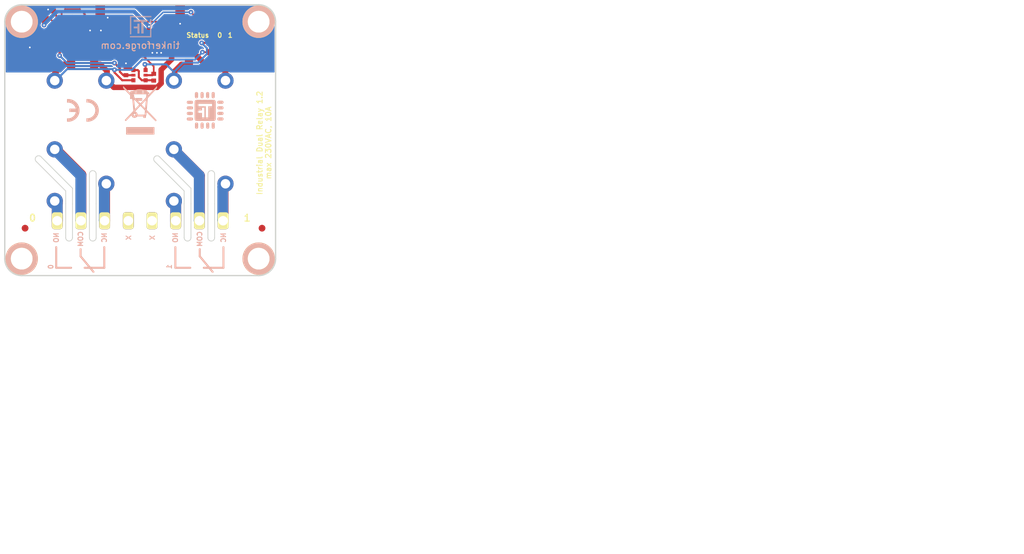
<source format=kicad_pcb>
(kicad_pcb (version 20221018) (generator pcbnew)
  (title_block (title "Industrial Dual Relay Bricklet") (date "2023-01-24") (rev "1.2") (company "Tinkerforge GmbH") (comment 1 "Licensed under CERN OHL v.1.1") (comment 2 "Copyright (©) 2023, B.Nordmeyer <bastian@tinkerforge.com>"))
  (layers (0 "F.Cu" signal "Vorderseite") (31 "B.Cu" signal "Rückseite") (34 "B.Paste" user) (35 "F.Paste" user) (36 "B.SilkS" user "B.Silkscreen") (37 "F.SilkS" user "F.Silkscreen") (38 "B.Mask" user) (39 "F.Mask" user) (44 "Edge.Cuts" user))
  (net 0 "")
  (net 1 "+5V")
  (net 2 "GND")
  (net 3 "VCC")
  (net 4 "S-MISO")
  (net 5 "S-MOSI")
  (net 6 "S-CLK")
  (net 7 "S-CS")
  (net 8 "RELAY1")
  (net 9 "RELAY0")
  (net 10 "Net-(C2-Pad2)")
  (net 11 "Net-(D1-Pad2)")
  (net 12 "Net-(D2-Pad2)")
  (net 13 "Net-(D3-Pad2)")
  (net 14 "Net-(D4-Pad1)")
  (net 15 "Net-(D5-Pad1)")
  (net 16 "Net-(P1-Pad4)")
  (net 17 "Net-(P1-Pad5)")
  (net 18 "Net-(P1-Pad6)")
  (net 19 "Net-(P2-Pad2)")
  (net 20 "Net-(R1-Pad1)")
  (net 21 "Net-(P3-Pad2)")
  (net 22 "Net-(P3-Pad3)")
  (net 23 "Net-(P3-Pad1)")
  (net 24 "Net-(P3-Pad6)")
  (net 25 "Net-(P3-Pad7)")
  (net 26 "Net-(P3-Pad8)")
  (net 27 "Net-(P4-Pad1)")
  (footprint "kicad-libraries:C0603F" (layer "F.Cu") (at 153 90.4 180)
    (fp_text reference "C3")
    (fp_text value "1uF")
    (pad "1" smd rect (at -0.75 0 180) (size 0.9 0.9) (layers "F.Cu" "F.Paste" "F.Mask") (net 2 "GND"))
    (pad "2" smd rect (at 0.75 0 180) (size 0.9 0.9) (layers "F.Cu" "F.Paste" "F.Mask") (net 3 "VCC"))
  )
  (footprint "kicad-libraries:C0603F" (layer "F.Cu") (at 138.6 85.5 45)
    (fp_text reference "C4")
    (fp_text value "100nF")
    (pad "1" smd rect (at -0.75 0 45) (size 0.9 0.9) (layers "F.Cu" "F.Paste" "F.Mask") (net 3 "VCC"))
    (pad "2" smd rect (at 0.75 0 45) (size 0.9 0.9) (layers "F.Cu" "F.Paste" "F.Mask") (net 2 "GND"))
  )
  (footprint "kicad-libraries:D0603E" (layer "F.Cu") (at 160.3 86.4 -90)
    (fp_text reference "D1")
    (fp_text value "blue")
    (pad "1" smd rect (at -0.8501 0 270) (size 1.1 1) (layers "F.Cu" "F.Paste" "F.Mask") (net 3 "VCC"))
    (pad "2" smd rect (at 0.8501 0 270) (size 1.1 1) (layers "F.Cu" "F.Paste" "F.Mask") (net 11 "Net-(D1-Pad2)"))
  )
  (footprint "kicad-libraries:D0603E" (layer "F.Cu") (at 163.5 86.4 -90)
    (fp_text reference "D2")
    (fp_text value "blue")
    (pad "1" smd rect (at -0.8501 0 270) (size 1.1 1) (layers "F.Cu" "F.Paste" "F.Mask") (net 1 "+5V"))
    (pad "2" smd rect (at 0.8501 0 270) (size 1.1 1) (layers "F.Cu" "F.Paste" "F.Mask") (net 12 "Net-(D2-Pad2)"))
  )
  (footprint "kicad-libraries:D0603E" (layer "F.Cu") (at 165.1 86.4 -90)
    (fp_text reference "D3")
    (fp_text value "blue")
    (pad "1" smd rect (at -0.8501 0 270) (size 1.1 1) (layers "F.Cu" "F.Paste" "F.Mask") (net 1 "+5V"))
    (pad "2" smd rect (at 0.8501 0 270) (size 1.1 1) (layers "F.Cu" "F.Paste" "F.Mask") (net 13 "Net-(D3-Pad2)"))
  )
  (footprint "kicad-libraries:CON-SENSOR2" (layer "F.Cu") (at 151.8 83.9 180)
    (fp_text reference "P1")
    (fp_text value "CON-SENSOR2")
    (pad "1" smd rect (at -3.75 -4.6 180) (size 0.6 1.8) (layers "F.Cu" "F.Paste" "F.Mask") (net 1 "+5V"))
    (pad "2" smd rect (at -2.5 -4.6 180) (size 0.6 1.8) (layers "F.Cu" "F.Paste" "F.Mask") (net 2 "GND"))
    (pad "3" smd rect (at -1.25 -4.6 180) (size 0.6 1.8) (layers "F.Cu" "F.Paste" "F.Mask") (net 3 "VCC"))
    (pad "4" smd rect (at 0 -4.6 180) (size 0.6 1.8) (layers "F.Cu" "F.Paste" "F.Mask") (net 16 "Net-(P1-Pad4)"))
    (pad "5" smd rect (at 1.25 -4.6 180) (size 0.6 1.8) (layers "F.Cu" "F.Paste" "F.Mask") (net 17 "Net-(P1-Pad5)"))
    (pad "6" smd rect (at 2.5 -4.6 180) (size 0.6 1.8) (layers "F.Cu" "F.Paste" "F.Mask") (net 18 "Net-(P1-Pad6)"))
    (pad "7" smd rect (at 3.75 -4.6 180) (size 0.6 1.8) (layers "F.Cu" "F.Paste" "F.Mask") (net 10 "Net-(C2-Pad2)"))
    (pad "EP" smd rect (at -5.9 -1.2 180) (size 1.4 2.4) (layers "F.Cu" "F.Paste" "F.Mask") (net 2 "GND"))
    (pad "EP" smd rect (at 5.9 -1.2 180) (size 1.4 2.4) (layers "F.Cu" "F.Paste" "F.Mask") (net 2 "GND"))
  )
  (footprint "kicad-libraries:SolderJumper" (layer "F.Cu") (at 136.65 90.2)
    (fp_text reference "P2")
    (fp_text value "BOOT")
    (pad "1" smd rect (at -0.5 0) (size 0.4 1.4) (layers "F.Cu" "F.Mask") (net 2 "GND"))
    (pad "1" smd rect (at -0.225 -0.55) (size 0.95 0.3) (layers "F.Cu" "F.Mask") (net 2 "GND"))
    (pad "1" smd rect (at -0.225 0.55) (size 0.95 0.3) (layers "F.Cu" "F.Mask") (net 2 "GND"))
    (pad "2" smd rect (at 0.15 0) (size 0.6 0.5) (layers "F.Cu" "F.Mask") (net 19 "Net-(P2-Pad2)"))
    (pad "2" smd rect (at 0.55 0) (size 0.3 1.4) (layers "F.Cu" "F.Mask") (net 19 "Net-(P2-Pad2)"))
  )
  (footprint "kicad-libraries:R0603F" (layer "F.Cu") (at 158.9 89.5)
    (fp_text reference "R1")
    (fp_text value "1k")
    (pad "1" smd rect (at -0.75 0) (size 0.9 0.9) (layers "F.Cu" "F.Paste" "F.Mask") (net 20 "Net-(R1-Pad1)"))
    (pad "2" smd rect (at 0.75 0) (size 0.9 0.9) (layers "F.Cu" "F.Paste" "F.Mask") (net 11 "Net-(D1-Pad2)"))
  )
  (footprint "kicad-libraries:R0603F" (layer "F.Cu") (at 162.8 89.5)
    (fp_text reference "R3")
    (fp_text value "1k")
    (pad "1" smd rect (at -0.75 0) (size 0.9 0.9) (layers "F.Cu" "F.Paste" "F.Mask") (net 15 "Net-(D5-Pad1)"))
    (pad "2" smd rect (at 0.75 0) (size 0.9 0.9) (layers "F.Cu" "F.Paste" "F.Mask") (net 13 "Net-(D3-Pad2)"))
  )
  (footprint "kicad-libraries:4X0402" (layer "F.Cu") (at 145 90.3 90)
    (fp_text reference "RP1")
    (fp_text value "82")
    (pad "1" smd rect (at -0.7493 0.575 270) (size 0.29972 0.65) (layers "F.Cu" "F.Paste" "F.Mask") (net 16 "Net-(P1-Pad4)"))
    (pad "2" smd rect (at -0.24892 0.575 270) (size 0.29972 0.65) (layers "F.Cu" "F.Paste" "F.Mask") (net 17 "Net-(P1-Pad5)"))
    (pad "3" smd rect (at 0.24892 0.575 270) (size 0.29972 0.65) (layers "F.Cu" "F.Paste" "F.Mask") (net 18 "Net-(P1-Pad6)"))
    (pad "4" smd rect (at 0.7493 0.575 270) (size 0.29972 0.65) (layers "F.Cu" "F.Paste" "F.Mask") (net 10 "Net-(C2-Pad2)"))
    (pad "5" smd rect (at 0.7493 -0.575 90) (size 0.29972 0.65) (layers "F.Cu" "F.Paste" "F.Mask") (net 4 "S-MISO"))
    (pad "6" smd rect (at 0.24892 -0.575 90) (size 0.29972 0.65) (layers "F.Cu" "F.Paste" "F.Mask") (net 5 "S-MOSI"))
    (pad "7" smd rect (at -0.24892 -0.575 90) (size 0.29972 0.65) (layers "F.Cu" "F.Paste" "F.Mask") (net 6 "S-CLK"))
    (pad "8" smd rect (at -0.7493 -0.575 90) (size 0.29972 0.65) (layers "F.Cu" "F.Paste" "F.Mask") (net 7 "S-CS"))
  )
  (footprint "kicad-libraries:DRILL_NP" (layer "F.Cu") (at 169.3 86.4 90)
    (fp_text reference "U4")
    (fp_text value "DRILL")
    (pad "" np_thru_hole circle (at 0 0 90) (size 3.2 3.2) (drill 3.2) (layers "F&B.Cu" "*.Mask") (clearance 0.89))
  )
  (footprint "kicad-libraries:DRILL_NP" (layer "F.Cu") (at 169.3 121.4 90)
    (fp_text reference "U5")
    (fp_text value "DRILL")
    (pad "" np_thru_hole circle (at 0 0 90) (size 3.2 3.2) (drill 3.2) (layers "F&B.Cu" "*.Mask") (clearance 0.89))
  )
  (footprint "kicad-libraries:DRILL_NP" (layer "F.Cu") (at 134.3 121.4 90)
    (fp_text reference "U6")
    (fp_text value "DRILL")
    (pad "" np_thru_hole circle (at 0 0 90) (size 3.2 3.2) (drill 3.2) (layers "F&B.Cu" "*.Mask") (clearance 0.89))
  )
  (footprint "kicad-libraries:C0402F" (layer "F.Cu") (at 145.2 88.2 -90)
    (fp_text reference "C2")
    (fp_text value "220pF")
    (pad "1" smd rect (at -0.5 0 270) (size 0.6 0.7) (layers "F.Cu" "F.Paste" "F.Mask") (net 2 "GND"))
    (pad "2" smd rect (at 0.5 0 270) (size 0.6 0.7) (layers "F.Cu" "F.Paste" "F.Mask") (net 10 "Net-(C2-Pad2)"))
  )
  (footprint "kicad-libraries:R0603F" (layer "F.Cu") (at 162.8 90.9)
    (fp_text reference "R2")
    (fp_text value "1k")
    (pad "1" smd rect (at -0.75 0) (size 0.9 0.9) (layers "F.Cu" "F.Paste" "F.Mask") (net 14 "Net-(D4-Pad1)"))
    (pad "2" smd rect (at 0.75 0) (size 0.9 0.9) (layers "F.Cu" "F.Paste" "F.Mask") (net 12 "Net-(D2-Pad2)"))
  )
  (footprint "kicad-libraries:C0603F" (layer "F.Cu") (at 155.7 90.4)
    (fp_text reference "C1")
    (fp_text value "1uF")
    (pad "1" smd rect (at -0.75 0) (size 0.9 0.9) (layers "F.Cu" "F.Paste" "F.Mask") (net 2 "GND"))
    (pad "2" smd rect (at 0.75 0) (size 0.9 0.9) (layers "F.Cu" "F.Paste" "F.Mask") (net 1 "+5V"))
  )
  (footprint "kicad-libraries:DEBUG_PAD" (layer "F.Cu") (at 139 90.8 90)
    (fp_text reference "P4")
    (fp_text value "Debug")
    (pad "1" smd circle (at 0 0 90) (size 0.7 0.7) (layers "F.Cu" "F.Paste" "F.Mask") (net 27 "Net-(P4-Pad1)"))
  )
  (footprint "kicad-libraries:Fiducial_Mark" (layer "F.Cu") (at 134.8 116.9 90)
    (fp_text reference "Fiducial_Mark" hide)
    (fp_text value "VAL**" hide)
    (pad "1" smd circle (at 0 0 90) (size 1.00076 1.00076) (layers "F.Cu" "F.Mask") (clearance 0.65024))
  )
  (footprint "kicad-libraries:Fiducial_Mark" (layer "F.Cu") (at 169.8 90.9 90)
    (fp_text reference "Fiducial_Mark" hide)
    (fp_text value "VAL**" hide)
    (pad "1" smd circle (at 0 0 90) (size 1.00076 1.00076) (layers "F.Cu" "F.Mask") (clearance 0.65024))
  )
  (footprint "kicad-libraries:Fiducial_Mark" (layer "F.Cu") (at 169.8 116.9 90)
    (fp_text reference "Fiducial_Mark" hide)
    (fp_text value "VAL**" hide)
    (pad "1" smd circle (at 0 0 90) (size 1.00076 1.00076) (layers "F.Cu" "F.Mask") (clearance 0.65024))
  )
  (footprint "kicad-libraries:SOT363" (layer "F.Cu") (at 151.7 94.3 180)
    (fp_text reference locked "Q1")
    (fp_text value "SSM6N7002KFU")
    (pad "1" smd rect (at -0.9 -0.75 180) (size 0.6 0.6) (layers "F.Cu" "F.Paste" "F.Mask") (net 2 "GND"))
    (pad "2" smd rect (at -0.9 0 180) (size 0.6 0.4) (layers "F.Cu" "F.Paste" "F.Mask") (net 8 "RELAY1"))
    (pad "3" smd rect (at -0.9 0.75 180) (size 0.6 0.6) (layers "F.Cu" "F.Paste" "F.Mask") (net 15 "Net-(D5-Pad1)"))
    (pad "4" smd rect (at 0.9 0.75 180) (size 0.6 0.6) (layers "F.Cu" "F.Paste" "F.Mask") (net 2 "GND"))
    (pad "5" smd rect (at 0.9 0 180) (size 0.6 0.4) (layers "F.Cu" "F.Paste" "F.Mask") (net 9 "RELAY0"))
    (pad "6" smd rect (at 0.9 -0.75 180) (size 0.6 0.6) (layers "F.Cu" "F.Paste" "F.Mask") (net 14 "Net-(D4-Pad1)"))
  )
  (footprint "kicad-libraries:R0402F" (layer "F.Cu") (at 153.8 94.6 90)
    (fp_text reference "R4")
    (fp_text value "10k")
    (pad "1" smd rect (at -0.5 0 90) (size 0.6 0.7) (layers "F.Cu" "F.Paste" "F.Mask") (net 2 "GND"))
    (pad "2" smd rect (at 0.5 0 90) (size 0.6 0.7) (layers "F.Cu" "F.Paste" "F.Mask") (net 8 "RELAY1"))
  )
  (footprint "kicad-libraries:R0402F" (layer "F.Cu") (at 149.7 93.8 -90)
    (fp_text reference "R5")
    (fp_text value "10k")
    (pad "1" smd rect (at -0.5 0 270) (size 0.6 0.7) (layers "F.Cu" "F.Paste" "F.Mask") (net 2 "GND"))
    (pad "2" smd rect (at 0.5 0 270) (size 0.6 0.7) (layers "F.Cu" "F.Paste" "F.Mask") (net 9 "RELAY0"))
  )
  (footprint "kicad-libraries:MiniMelf" (layer "F.Cu") (at 143.3 92.7 180)
    (fp_text reference "D4")
    (fp_text value "LL4148")
    (pad "1" smd rect (at 1.69926 0 180) (size 1.19888 1.6002) (layers "F.Cu" "F.Paste" "F.Mask") (net 14 "Net-(D4-Pad1)"))
    (pad "2" smd rect (at -1.69926 0 180) (size 1.19888 1.6002) (layers "F.Cu" "F.Paste" "F.Mask") (net 1 "+5V"))
  )
  (footprint "kicad-libraries:G5Q-1" (layer "F.Cu") (at 164.4 95.1 90)
    (fp_text reference "Q3")
    (fp_text value "G5Q-1")
    (pad "A1" thru_hole circle (at 0 -7.62 90) (size 2.4 2.4) (drill 1.4) (layers "*.Cu" "*.Mask") (net 15 "Net-(D5-Pad1)"))
    (pad "A2" thru_hole circle (at 0 0 90) (size 2.4 2.4) (drill 1.4) (layers "*.Cu" "*.Mask") (net 1 "+5V"))
    (pad "COM" thru_hole circle (at -10.16 -7.62 90) (size 2.4 2.4) (drill 1.4) (layers "*.Cu" "*.Mask") (net 25 "Net-(P3-Pad7)"))
    (pad "NC" thru_hole circle (at -15.24 0 90) (size 2.4 2.4) (drill 1.4) (layers "*.Cu" "*.Mask") (net 26 "Net-(P3-Pad8)"))
    (pad "NO" thru_hole circle (at -17.78 -7.62 90) (size 2.4 2.4) (drill 1.4) (layers "*.Cu" "*.Mask") (net 24 "Net-(P3-Pad6)"))
  )
  (footprint "kicad-libraries:DRILL_NP" (layer "F.Cu") (at 134.3 86.4)
    (fp_text reference "REF**")
    (fp_text value "DRILL_NP_New")
    (pad "" np_thru_hole circle (at 0 0) (size 3.2 3.2) (drill 3.2) (layers "F&B.Cu" "*.Mask") (clearance 0.89))
  )
  (footprint "kicad-libraries:QFN24-4x4mm-0.5mm" (layer "F.Cu") (at 141 88.1 -135)
    (fp_text reference "U1")
    (fp_text value "XMC1100")
    (pad "1" smd oval (at -2.025 -1.25 225) (size 1 0.3) (layers "F.Cu" "F.Paste" "F.Mask") (net 4 "S-MISO"))
    (pad "2" smd oval (at -2.025 -0.75 225) (size 1 0.3) (layers "F.Cu" "F.Paste" "F.Mask"))
    (pad "3" smd oval (at -2.025 -0.25 225) (size 1 0.3) (layers "F.Cu" "F.Paste" "F.Mask"))
    (pad "4" smd oval (at -2.025 0.25 225) (size 1 0.3) (layers "F.Cu" "F.Paste" "F.Mask"))
    (pad "5" smd oval (at -2.025 0.75 225) (size 1 0.3) (layers "F.Cu" "F.Paste" "F.Mask"))
    (pad "6" smd oval (at -2.025 1.25 225) (size 1 0.3) (layers "F.Cu" "F.Paste" "F.Mask"))
    (pad "7" smd oval (at -1.25 2.025 315) (size 1 0.3) (layers "F.Cu" "F.Paste" "F.Mask") (net 20 "Net-(R1-Pad1)"))
    (pad "8" smd oval (at -0.75 2.025 315) (size 1 0.3) (layers "F.Cu" "F.Paste" "F.Mask"))
    (pad "9" smd oval (at -0.25 2.025 315) (size 1 0.3) (layers "F.Cu" "F.Paste" "F.Mask") (net 2 "GND"))
    (pad "10" smd oval (at 0.25 2.025 315) (size 1 0.3) (layers "F.Cu" "F.Paste" "F.Mask") (net 3 "VCC"))
    (pad "11" smd oval (at 0.75 2.025 315) (size 1 0.3) (layers "F.Cu" "F.Paste" "F.Mask"))
    (pad "12" smd oval (at 1.25 2.025 315) (size 1 0.3) (layers "F.Cu" "F.Paste" "F.Mask"))
    (pad "13" smd oval (at 2.025 1.25 225) (size 1 0.3) (layers "F.Cu" "F.Paste" "F.Mask"))
    (pad "14" smd oval (at 2.025 0.75 225) (size 1 0.3) (layers "F.Cu" "F.Paste" "F.Mask"))
    (pad "15" smd oval (at 2.025 0.25 225) (size 1 0.3) (layers "F.Cu" "F.Paste" "F.Mask") (net 19 "Net-(P2-Pad2)"))
    (pad "16" smd oval (at 2.025 -0.25 225) (size 1 0.3) (layers "F.Cu" "F.Paste" "F.Mask") (net 27 "Net-(P4-Pad1)"))
    (pad "17" smd oval (at 2.025 -0.75 225) (size 1 0.3) (layers "F.Cu" "F.Paste" "F.Mask"))
    (pad "18" smd oval (at 2.025 -1.25 225) (size 1 0.3) (layers "F.Cu" "F.Paste" "F.Mask") (net 8 "RELAY1"))
    (pad "19" smd oval (at 1.25 -2.025 315) (size 1 0.3) (layers "F.Cu" "F.Paste" "F.Mask") (net 9 "RELAY0"))
    (pad "20" smd oval (at 0.75 -2.025 315) (size 1 0.3) (layers "F.Cu" "F.Paste" "F.Mask") (net 2 "GND"))
    (pad "21" smd oval (at 0.25 -2.025 315) (size 1 0.3) (layers "F.Cu" "F.Paste" "F.Mask"))
    (pad "22" smd oval (at -0.25 -2.025 315) (size 1 0.3) (layers "F.Cu" "F.Paste" "F.Mask") (net 7 "S-CS"))
    (pad "23" smd oval (at -0.75 -2.025 315) (size 1 0.3) (layers "F.Cu" "F.Paste" "F.Mask") (net 6 "S-CLK"))
    (pad "24" smd oval (at -1.25 -2.025 315) (size 1 0.3) (layers "F.Cu" "F.Paste" "F.Mask") (net 5 "S-MOSI"))
    (pad "EXP" smd rect (at -0.65 -0.65 225) (size 1.3 1.3) (layers "F.Cu" "F.Paste" "F.Mask") (net 2 "GND"))
    (pad "EXP" smd rect (at -0.65 0.65 225) (size 1.3 1.3) (layers "F.Cu" "F.Paste" "F.Mask") (net 2 "GND"))
    (pad "EXP" smd rect (at 0.65 -0.65 225) (size 1.3 1.3) (layers "F.Cu" "F.Paste" "F.Mask") (net 2 "GND"))
    (pad "EXP" smd rect (at 0.65 0.65 225) (size 1.3 1.3) (layers "F.Cu" "F.Paste" "F.Mask") (net 2 "GND"))
  )
  (footprint "kicad-libraries:MiniMelf" (layer "F.Cu") (at 160.7 92.7 180)
    (fp_text reference "D5")
    (fp_text value "LL4148")
    (pad "1" smd rect (at 1.69926 0 180) (size 1.19888 1.6002) (layers "F.Cu" "F.Paste" "F.Mask") (net 15 "Net-(D5-Pad1)"))
    (pad "2" smd rect (at -1.69926 0 180) (size 1.19888 1.6002) (layers "F.Cu" "F.Paste" "F.Mask") (net 1 "+5V"))
  )
  (footprint "kicad-libraries:G5Q-1" (layer "F.Cu") (at 146.8 95.1 90)
    (fp_text reference "Q2")
    (fp_text value "G5Q-1")
    (pad "A1" thru_hole circle (at 0 -7.62 90) (size 2.4 2.4) (drill 1.4) (layers "*.Cu" "*.Mask") (net 14 "Net-(D4-Pad1)"))
    (pad "A2" thru_hole circle (at 0 0 90) (size 2.4 2.4) (drill 1.4) (layers "*.Cu" "*.Mask") (net 1 "+5V"))
    (pad "COM" thru_hole circle (at -10.16 -7.62 90) (size 2.4 2.4) (drill 1.4) (layers "*.Cu" "*.Mask") (net 21 "Net-(P3-Pad2)"))
    (pad "NC" thru_hole circle (at -15.24 0 90) (size 2.4 2.4) (drill 1.4) (layers "*.Cu" "*.Mask") (net 22 "Net-(P3-Pad3)"))
    (pad "NO" thru_hole circle (at -17.78 -7.62 90) (size 2.4 2.4) (drill 1.4) (layers "*.Cu" "*.Mask") (net 23 "Net-(P3-Pad1)"))
  )
  (footprint "kicad-libraries:OQ_8P_230V" (layer "F.Cu") (at 151.8 115.8)
    (fp_text reference "P3")
    (fp_text value "CONN_8")
    (fp_line (start -11 -2.5) (end -11 2.5) (stroke (width 0.12)) (layer "Edge.Cuts"))
    (fp_line (start -10 -2.5) (end -10 2.5) (stroke (width 0.12)) (layer "Edge.Cuts"))
    (fp_line (start -7.5 -2.5) (end -7.5 2.5) (stroke (width 0.12)) (layer "Edge.Cuts"))
    (fp_line (start -6.5 -2.5) (end -6.5 2.5) (stroke (width 0.12)) (layer "Edge.Cuts"))
    (fp_line (start 6.5 -2.5) (end 6.5 2.5) (stroke (width 0.12)) (layer "Edge.Cuts"))
    (fp_line (start 7.5 -2.5) (end 7.5 2.5) (stroke (width 0.12)) (layer "Edge.Cuts"))
    (fp_line (start 10 -2.5) (end 10 2.5) (stroke (width 0.12)) (layer "Edge.Cuts"))
    (fp_line (start 11 -2.5) (end 11 2.5) (stroke (width 0.12)) (layer "Edge.Cuts"))
    (fp_arc (start -10 2.5) (mid -10.5 3) (end -11 2.5) (stroke (width 0.12)) (layer "Edge.Cuts"))
    (fp_arc (start -6.5 2.5) (mid -7 3) (end -7.5 2.5) (stroke (width 0.12)) (layer "Edge.Cuts"))
    (fp_arc (start 7.5 2.5) (mid 7 3) (end 6.5 2.5) (stroke (width 0.12)) (layer "Edge.Cuts"))
    (fp_arc (start 11 2.5) (mid 10.5 3) (end 10 2.5) (stroke (width 0.12)) (layer "Edge.Cuts"))
    (pad "1" thru_hole roundrect (at -12.25042 0) (size 1.6 2.5) (drill 1.4) (layers "*.Cu" "*.Mask" "F.SilkS") (net 23 "Net-(P3-Pad1)"))
    (pad "2" thru_hole roundrect (at -8.7503 0) (size 1.6 2.5) (drill 1.4) (layers "*.Cu" "*.Mask" "F.SilkS") (net 21 "Net-(P3-Pad2)"))
    (pad "3" thru_hole roundrect (at -5.25018 0) (size 1.6 2.5) (drill 1.4) (layers "*.Cu" "*.Mask" "F.SilkS") (net 22 "Net-(P3-Pad3)"))
    (pad "4" thru_hole roundrect (at -1.75006 0) (size 1.6 2.5) (drill 1.4) (layers "*.Cu" "*.Mask" "F.SilkS"))
    (pad "5" thru_hole roundrect (at 1.75006 0) (size 1.6 2.5) (drill 1.4) (layers "*.Cu" "*.Mask" "F.SilkS"))
    (pad "6" thru_hole roundrect (at 5.25018 0) (size 1.6 2.5) (drill 1.4) (layers "*.Cu" "*.Mask" "F.SilkS") (net 24 "Net-(P3-Pad6)"))
    (pad "7" thru_hole roundrect (at 8.7503 0) (size 1.6 2.5) (drill 1.4) (layers "*.Cu" "*.Mask" "F.SilkS") (net 25 "Net-(P3-Pad7)"))
    (pad "8" thru_hole roundrect (at 12.25042 0) (size 1.6 2.5) (drill 1.4) (layers "*.Cu" "*.Mask" "F.SilkS") (net 26 "Net-(P3-Pad8)"))
  )
  (footprint "kicad-libraries:Logo_31x31" (layer "B.Cu") (at 153.45 85.55 180)
    (fp_text reference "G***" hide)
    (fp_text value "Logo_31x31" hide)
  )
  (footprint "kicad-libraries:Logo_CoMCU" (layer "B.Cu") (at 161.4 99.5 180)
    (fp_text reference "G***" hide)
    (fp_text value "LOGO" hide)
  )
  (footprint "kicad-libraries:CE_5mm" (layer "B.Cu") (at 143.3 99.5 180)
    (fp_text reference "VAL" hide)
    (fp_text value "CE_5mm" hide)
  )
  (footprint "kicad-libraries:WEEE_7mm" (layer "B.Cu") (at 151.8 99.5 180)
    (fp_text reference "VAL" hide)
    (fp_text value "WEEE_7mm" hide)
  )
  (gr_line (start 139.4 119.7) (end 139.4 122.75) (stroke (width 0.3)) (layer "B.SilkS"))
  (gr_line (start 164.1 119.7) (end 164.1 122.75) (stroke (width 0.3)) (layer "B.SilkS"))
  (gr_line (start 161.2 122.75) (end 164.1 122.75) (stroke (width 0.3)) (layer "B.SilkS"))
  (gr_line (start 139.4 122.75) (end 141.6 122.75) (stroke (width 0.3)) (layer "B.SilkS"))
  (gr_line (start 160.6 120) (end 160.6 121.05) (stroke (width 0.3)) (layer "B.SilkS"))
  (gr_line (start 160.6 121.05) (end 162.5 123.35) (stroke (width 0.3)) (layer "B.SilkS"))
  (gr_line (start 157 119.7) (end 157 122.75) (stroke (width 0.3)) (layer "B.SilkS"))
  (gr_line (start 157 122.75) (end 159.2 122.75) (stroke (width 0.3)) (layer "B.SilkS"))
  (gr_line (start 143 120) (end 143 121.05) (stroke (width 0.3)) (layer "B.SilkS"))
  (gr_line (start 143 121.05) (end 144.9 123.35) (stroke (width 0.3)) (layer "B.SilkS"))
  (gr_line (start 143.6 122.75) (end 146.5 122.75) (stroke (width 0.3)) (layer "B.SilkS"))
  (gr_line (start 146.5 119.7) (end 146.5 122.75) (stroke (width 0.3)) (layer "B.SilkS"))
  (gr_line (start 162.8 113.3) (end 162.8 108.9) (stroke (width 0.12)) (layer "Edge.Cuts"))
  (gr_arc (start 169.3 83.9) (mid 171.067767 84.632233) (end 171.8 86.4) (stroke (width 0.2)) (layer "Edge.Cuts"))
  (gr_line (start 140.8 111.4) (end 136.5 107.1) (stroke (width 0.12)) (layer "Edge.Cuts"))
  (gr_line (start 161.8 113.3) (end 161.8 108.9) (stroke (width 0.12)) (layer "Edge.Cuts"))
  (gr_line (start 158.3 111.4) (end 154 107.1) (stroke (width 0.12)) (layer "Edge.Cuts"))
  (gr_arc (start 136.5 107.1) (mid 136.446332 106.346332) (end 137.2 106.4) (stroke (width 0.12)) (layer "Edge.Cuts"))
  (gr_line (start 171.8 121.4) (end 171.8 86.4) (stroke (width 0.2)) (layer "Edge.Cuts"))
  (gr_arc (start 134.3 123.9) (mid 132.532233 123.167767) (end 131.8 121.4) (stroke (width 0.2)) (layer "Edge.Cuts"))
  (gr_line (start 158.3 113.3) (end 158.3 111.4) (stroke (width 0.12)) (layer "Edge.Cuts"))
  (gr_line (start 159.3 113.3) (end 159.3 111) (stroke (width 0.12)) (layer "Edge.Cuts"))
  (gr_arc (start 154 107.1) (mid 153.946332 106.346332) (end 154.7 106.4) (stroke (width 0.12)) (layer "Edge.Cuts"))
  (gr_line (start 141.8 111) (end 137.2 106.4) (stroke (width 0.12)) (layer "Edge.Cuts"))
  (gr_line (start 159.3 111) (end 154.7 106.4) (stroke (width 0.12)) (layer "Edge.Cuts"))
  (gr_arc (start 161.8 108.9) (mid 162.3 108.4) (end 162.8 108.9) (stroke (width 0.12)) (layer "Edge.Cuts"))
  (gr_line (start 140.8 113.3) (end 140.8 111.4) (stroke (width 0.12)) (layer "Edge.Cuts"))
  (gr_arc (start 144.3 108.9) (mid 144.8 108.4) (end 145.3 108.9) (stroke (width 0.12)) (layer "Edge.Cuts"))
  (gr_line (start 131.8 86.4) (end 131.8 121.4) (stroke (width 0.2)) (layer "Edge.Cuts"))
  (gr_line (start 134.3 123.9) (end 169.3 123.9) (stroke (width 0.2)) (layer "Edge.Cuts"))
  (gr_arc (start 131.8 86.4) (mid 132.532233 84.632233) (end 134.3 83.9) (stroke (width 0.2)) (layer "Edge.Cuts"))
  (gr_line (start 144.3 113.3) (end 144.3 108.9) (stroke (width 0.12)) (layer "Edge.Cuts"))
  (gr_line (start 141.8 113.3) (end 141.8 111) (stroke (width 0.12)) (layer "Edge.Cuts"))
  (gr_arc (start 171.8 121.4) (mid 171.067767 123.167767) (end 169.3 123.9) (stroke (width 0.2)) (layer "Edge.Cuts"))
  (gr_line (start 145.3 113.3) (end 145.3 108.9) (stroke (width 0.12)) (layer "Edge.Cuts"))
  (gr_line (start 169.3 83.9) (end 134.3 83.9) (stroke (width 0.2)) (layer "Edge.Cuts"))
  (gr_text "X" (at 153.6 118.3 90) (layer "B.SilkS") (effects (font (size 0.7 0.7)) (justify mirror)))
  (gr_text "X" (at 150.1 118.3 90) (layer "B.SilkS") (effects (font (size 0.7 0.7)) (justify mirror)))
  (gr_text "NC" (at 164.1 118.3 90) (layer "B.SilkS") (effects (font (size 0.7 0.7)) (justify mirror)))
  (gr_text "tinkerforge.com" (at 151.8 89.9) (layer "B.SilkS") (effects (font (size 1.00076 1.00076) (thickness 0.14986)) (justify mirror)))
  (gr_text "NO" (at 157 118.3 90) (layer "B.SilkS") (effects (font (size 0.7 0.7)) (justify mirror)))
  (gr_text "0" (at 138.6 122.6 90) (layer "B.SilkS") (effects (font (size 0.7 0.7)) (justify mirror)))
  (gr_text "1" (at 156.1 122.6 90) (layer "B.SilkS") (effects (font (size 0.7 0.7)) (justify mirror)))
  (gr_text "NC" (at 146.5 118.3 90) (layer "B.SilkS") (effects (font (size 0.7 0.7)) (justify mirror)))
  (gr_text "COM" (at 160.6 118.5 90) (layer "B.SilkS") (effects (font (size 0.7 0.7)) (justify mirror)))
  (gr_text "NO" (at 139.4 118.3 90) (layer "B.SilkS") (effects (font (size 0.7 0.7)) (justify mirror)))
  (gr_text "COM" (at 143 118.5 90) (layer "B.SilkS") (effects (font (size 0.7 0.7)) (justify mirror)))
  (gr_text "1" (at 167.6 115.4) (layer "F.SilkS") (effects (font (size 1 1) (thickness 0.2))))
  (gr_text "Industrial Dual Relay 1.2\nmax 230VAC, 10A" (at 170.1 104.3 90) (layer "F.SilkS") (effects (font (size 0.8 0.8))))
  (gr_text "1" (at 165.1 88.4) (layer "F.SilkS") (effects (font (size 0.7 0.7) (thickness 0.14986))))
  (gr_text "0" (at 135.9 115.3 180) (layer "F.SilkS") (effects (font (size 1 1) (thickness 0.2))))
  (gr_text "Status" (at 160.3 88.4) (layer "F.SilkS") (effects (font (size 0.7 0.7) (thickness 0.14986))))
  (gr_text "0" (at 163.55 88.4) (layer "F.SilkS") (effects (font (size 0.7 0.7) (thickness 0.14986))))
  (segment (start 156.45 90.05) (end 155.55 89.15) (width 0.59944) (layer "F.Cu") (net 1))
  (segment (start 155.55 89.15) (end 155.55 88.5) (width 0.59944) (layer "F.Cu") (net 1))
  (segment (start 146.915 93.715) (end 145.9 92.7) (width 0.8001) (layer "F.Cu") (net 1))
  (segment (start 166.1 89.84944) (end 163.24944 92.7) (width 0.29972) (layer "F.Cu") (net 1))
  (segment (start 159.9 91.2) (end 161.4 92.7) (width 0.8001) (layer "F.Cu") (net 1))
  (segment (start 156.45 90.4) (end 156.45 90.05) (width 0.59944) (layer "F.Cu") (net 1))
  (segment (start 146.915 95.115) (end 146.915 93.715) (width 0.8001) (layer "F.Cu") (net 1))
  (segment (start 156.45 90.4) (end 157.3 90.4) (width 0.8001) (layer "F.Cu") (net 1))
  (segment (start 145.9 92.7) (end 144.99926 92.7) (width 0.8001) (layer "F.Cu") (net 1))
  (segment (start 158.1 91.2) (end 159.9 91.2) (width 0.8001) (layer "F.Cu") (net 1))
  (segment (start 156.45 91.95) (end 154.9 93.5) (width 0.8001) (layer "F.Cu") (net 1))
  (segment (start 166.1 86.5499) (end 166.1 89.84944) (width 0.29972) (layer "F.Cu") (net 1))
  (segment (start 154.9 95.5) (end 154.3 96.1) (width 0.8001) (layer "F.Cu") (net 1))
  (segment (start 163.24944 92.7) (end 162.39926 92.7) (width 0.29972) (layer "F.Cu") (net 1))
  (segment (start 154.3 96.1) (end 147.9 96.1) (width 0.8001) (layer "F.Cu") (net 1))
  (segment (start 165.1 85.5499) (end 163.5 85.5499) (width 0.24892) (layer "F.Cu") (net 1))
  (segment (start 163.3 92.7) (end 164.415 93.815) (width 0.8001) (layer "F.Cu") (net 1))
  (segment (start 157.3 90.4) (end 158.1 91.2) (width 0.8001) (layer "F.Cu") (net 1))
  (segment (start 162.39926 92.7) (end 163.3 92.7) (width 0.8001) (layer "F.Cu") (net 1))
  (segment (start 154.9 93.5) (end 154.9 95.5) (width 0.8001) (layer "F.Cu") (net 1))
  (segment (start 147.9 96.1) (end 146.915 95.115) (width 0.8001) (layer "F.Cu") (net 1))
  (segment (start 165.1 85.5499) (end 166.1 86.5499) (width 0.29972) (layer "F.Cu") (net 1))
  (segment (start 164.415 93.815) (end 164.415 95.115) (width 0.8001) (layer "F.Cu") (net 1))
  (segment (start 156.45 90.4) (end 156.45 91.95) (width 0.8001) (layer "F.Cu") (net 1))
  (segment (start 161.4 92.7) (end 162.39926 92.7) (width 0.8001) (layer "F.Cu") (net 1))
  (segment (start 139.4 86.146447) (end 139.4 85.23934) (width 0.24892) (layer "F.Cu") (net 2))
  (segment (start 139.4 85.23934) (end 139.13033 84.96967) (width 0.24892) (layer "F.Cu") (net 2))
  (segment (start 138.76066 84.6) (end 138.2 84.6) (width 0.59944) (layer "F.Cu") (net 2))
  (segment (start 141.353553 88.1) (end 141.919239 88.1) (width 0.29972) (layer "F.Cu") (net 2))
  (segment (start 154.3 90.1) (end 154.3 88.5) (width 0.59944) (layer "F.Cu") (net 2))
  (segment (start 154 90.65) (end 154.45 90.65) (width 0.59944) (layer "F.Cu") (net 2))
  (segment (start 154.45 90.65) (end 154.7 90.9) (width 0.59944) (layer "F.Cu") (net 2))
  (segment (start 146.6 85.8) (end 147 85.8) (width 0.59944) (layer "F.Cu") (net 2))
  (segment (start 153.6 90.55) (end 153.75 90.4) (width 0.59944) (layer "F.Cu") (net 2))
  (segment (start 151.44972 93.55) (end 150.8 93.55) (width 0.29972) (layer "F.Cu") (net 2))
  (segment (start 150.8 93.55) (end 150.55 93.3) (width 0.29972) (layer "F.Cu") (net 2))
  (segment (start 154.849698 91.05032) (end 154.9 91.000018) (width 0.59944) (layer "F.Cu") (net 2))
  (segment (start 141.901561 90.062221) (end 141 89.16066) (width 0.29972) (layer "F.Cu") (net 2))
  (segment (start 141.919239 88.1) (end 141 89.019239) (width 0.29972) (layer "F.Cu") (net 2))
  (segment (start 139.744885 86.491332) (end 141.353553 88.1) (width 0.29972) (layer "F.Cu") (net 2))
  (segment (start 153.75 90.4) (end 154.3 90.4) (width 0.59944) (layer "F.Cu") (net 2))
  (segment (start 146 87.7) (end 145.2 87.7) (width 0.59944) (layer "F.Cu") (net 2))
  (segment (start 136.15 90.2) (end 135.5 90.2) (width 0.24892) (layer "F.Cu") (net 2))
  (segment (start 139.13033 84.96967) (end 138.76066 84.6) (width 0.59944) (layer "F.Cu") (net 2))
  (segment (start 153.65032 91.05032) (end 154.849698 91.05032) (width 0.59944) (layer "F.Cu") (net 2))
  (segment (start 154.95 90.950018) (end 154.95 90.4) (width 0.59944) (layer "F.Cu") (net 2))
  (segment (start 154.9 91.000018) (end 154.95 90.950018) (width 0.59944) (layer "F.Cu") (net 2))
  (segment (start 145.9 85.1) (end 146.6 85.8) (width 0.59944) (layer "F.Cu") (net 2))
  (segment (start 151.6 94.59972) (end 151.6 93.70028) (width 0.29972) (layer "F.Cu") (net 2))
  (segment (start 149.7 93.3) (end 149.7 92.54974) (width 0.29972) (layer "F.Cu") (net 2))
  (segment (start 151.6 93.70028) (end 151.44972 93.55) (width 0.29972) (layer "F.Cu") (net 2))
  (segment (start 150.55 93.3) (end 149.7 93.3) (width 0.29972) (layer "F.Cu") (net 2))
  (segment (start 153.6 91) (end 153.6 90.55) (width 0.59944) (layer "F.Cu") (net 2))
  (segment (start 154.276541 91) (end 154.3 90.976541) (width 0.59944) (layer "F.Cu") (net 2))
  (segment (start 153.75 95.05) (end 152.05028 95.05) (width 0.29972) (layer "F.Cu") (net 2))
  (segment (start 145.2 87.7) (end 144.4 87.7) (width 0.59944) (layer "F.Cu") (net 2))
  (segment (start 153.8 95.1) (end 153.75 95.05) (width 0.29972) (layer "F.Cu") (net 2))
  (segment (start 153.75 90.4) (end 154 90.65) (width 0.59944) (layer "F.Cu") (net 2))
  (segment (start 153.6 91) (end 153.65032 91.05032) (width 0.59944) (layer "F.Cu") (net 2))
  (segment (start 141 87.180761) (end 140.080761 88.1) (width 0.29972) (layer "F.Cu") (net 2))
  (segment (start 154.3 90.976541) (end 154.3 90.1) (width 0.59944) (layer "F.Cu") (net 2))
  (segment (start 139.744885 86.491332) (end 139.4 86.146447) (width 0.24892) (layer "F.Cu") (net 2))
  (segment (start 152.05028 95.05) (end 151.6 94.59972) (width 0.29972) (layer "F.Cu") (net 2))
  (segment (start 157.7 85.1) (end 157.7 86.7) (width 0.59944) (layer "F.Cu") (net 2))
  (segment (start 141 89.16066) (end 141 89.019239) (width 0.29972) (layer "F.Cu") (net 2))
  (segment (start 140.080761 88.1) (end 141 89.019239) (width 0.29972) (layer "F.Cu") (net 2))
  (segment (start 154.3 90.4) (end 154.3 90.1) (width 0.59944) (layer "F.Cu") (net 2))
  (segment (start 154.95 90.4) (end 154.3 90.4) (width 0.59944) (layer "F.Cu") (net 2))
  (via (at 144.4 87.7) (size 0.70104) (drill 0.24892) (layers "F.Cu" "B.Cu") (net 2))
  (via (at 154.9 91.000018) (size 0.70104) (drill 0.24892) (layers "F.Cu" "B.Cu") (net 2))
  (via (at 149.7 92.54974) (size 0.70104) (drill 0.24892) (layers "F.Cu" "B.Cu") (net 2))
  (via (at 147 85.8) (size 0.70104) (drill 0.24892) (layers "F.Cu" "B.Cu") (net 2))
  (via (at 153.6 91) (size 0.70104) (drill 0.24892) (layers "F.Cu" "B.Cu") (net 2))
  (via (at 138.2 84.6) (size 0.70104) (drill 0.24892) (layers "F.Cu" "B.Cu") (net 2))
  (via (at 157.7 86.7) (size 0.70104) (drill 0.24892) (layers "F.Cu" "B.Cu") (net 2))
  (via (at 146 87.7) (size 0.70104) (drill 0.24892) (layers "F.Cu" "B.Cu") (net 2))
  (via (at 154.276541 91) (size 0.70104) (drill 0.24892) (layers "F.Cu" "B.Cu") (net 2))
  (via (at 135.5 90.2) (size 0.70104) (drill 0.24892) (layers "F.Cu" "B.Cu") (net 2))
  (segment (start 138.576777 86.03033) (end 138.06967 86.03033) (width 0.24892) (layer "F.Cu") (net 3))
  (segment (start 152.25 90.15) (end 153.05 89.35) (width 0.29972) (layer "F.Cu") (net 3))
  (segment (start 153.05 89.35) (end 153.05 88.5) (width 0.29972) (layer "F.Cu") (net 3))
  (segment (start 153.05 87.15) (end 153.1 87.1) (width 0.59944) (layer "F.Cu") (net 3))
  (segment (start 137.6 86.9) (end 137.6 86.5) (width 0.59944) (layer "F.Cu") (net 3))
  (segment (start 137.6 86.5) (end 138.06967 86.03033) (width 0.59944) (layer "F.Cu") (net 3))
  (segment (start 159.3 85) (end 159.8 85.5) (width 0.24892) (layer "F.Cu") (net 3))
  (segment (start 159.8 85.5) (end 160.3 85.5) (width 0.24892) (layer "F.Cu") (net 3))
  (segment (start 160.3 85.5) (end 160.3 85.5499) (width 0.24892) (layer "F.Cu") (net 3))
  (segment (start 139.391332 86.844885) (end 138.576777 86.03033) (width 0.24892) (layer "F.Cu") (net 3))
  (segment (start 152.25 90.4) (end 152.25 90.15) (width 0.29972) (layer "F.Cu") (net 3))
  (segment (start 153.05 88.5) (end 153.05 87.15) (width 0.59944) (layer "F.Cu") (net 3))
  (via (at 153.1 87.1) (size 0.70104) (drill 0.24892) (layers "F.Cu" "B.Cu") (net 3))
  (via (at 159.3 85) (size 0.70104) (drill 0.24892) (layers "F.Cu" "B.Cu") (net 3))
  (via (at 137.6 86.9) (size 0.70104) (drill 0.24892) (layers "F.Cu" "B.Cu") (net 3))
  (segment (start 153.1 87.1) (end 150.9 84.9) (width 0.59944) (layer "B.Cu") (net 3))
  (segment (start 150.9 84.9) (end 139.5 84.9) (width 0.59944) (layer "B.Cu") (net 3))
  (segment (start 139.5 84.9) (end 137.6 86.8) (width 0.59944) (layer "B.Cu") (net 3))
  (segment (start 137.6 86.8) (end 137.6 86.9) (width 0.59944) (layer "B.Cu") (net 3))
  (segment (start 155.2 85) (end 153.1 87.1) (width 0.24892) (layer "B.Cu") (net 3))
  (segment (start 159.3 85) (end 155.2 85) (width 0.24892) (layer "B.Cu") (net 3))
  (segment (start 144.425 88.661217) (end 143.315775 87.551992) (width 0.24892) (layer "F.Cu") (net 4))
  (segment (start 144.425 89.5507) (end 144.425 88.661217) (width 0.24892) (layer "F.Cu") (net 4))
  (segment (start 144.05108 90.05108) (end 143.8 89.8) (width 0.24892) (layer "F.Cu") (net 5))
  (segment (start 143.8 89.8) (end 143.8 89.132233) (width 0.24892) (layer "F.Cu") (net 5))
  (segment (start 143.8 89.132233) (end 143.315775 88.648008) (width 0.24892) (layer "F.Cu") (net 5))
  (segment (start 144.425 90.05108) (end 144.05108 90.05108) (width 0.24892) (layer "F.Cu") (net 5))
  (segment (start 143.94892 90.54892) (end 143.4 90) (width 0.24892) (layer "F.Cu") (net 6))
  (segment (start 143.4 90) (end 143.4 89.43934) (width 0.24892) (layer "F.Cu") (net 6))
  (segment (start 143.4 89.43934) (end 142.962221 89.001561) (width 0.24892) (layer "F.Cu") (net 6))
  (segment (start 144.425 90.54892) (end 143.94892 90.54892) (width 0.24892) (layer "F.Cu") (net 6))
  (segment (start 143.7493 91.0493) (end 143 90.3) (width 0.24892) (layer "F.Cu") (net 7))
  (segment (start 143 90.3) (end 143 89.746447) (width 0.24892) (layer "F.Cu") (net 7))
  (segment (start 143 89.746447) (end 142.608668 89.355115) (width 0.24892) (layer "F.Cu") (net 7))
  (segment (start 144.425 91.0493) (end 143.7493 91.0493) (width 0.24892) (layer "F.Cu") (net 7))
  (segment (start 152.4 91.6) (end 142.732233 91.6) (width 0.24892) (layer "F.Cu") (net 8))
  (segment (start 153.8 94.1) (end 153.8 93) (width 0.24892) (layer "F.Cu") (net 8))
  (segment (start 153.6 94.3) (end 152.6 94.3) (width 0.29972) (layer "F.Cu") (net 8))
  (segment (start 153.8 94.1) (end 153.6 94.3) (width 0.29972) (layer "F.Cu") (net 8))
  (segment (start 142.732233 91.6) (end 141.548008 90.415775) (width 0.24892) (layer "F.Cu") (net 8))
  (segment (start 153.8 93) (end 152.4 91.6) (width 0.24892) (layer "F.Cu") (net 8))
  (segment (start 148 92.5) (end 148.8 93.3) (width 0.29972) (layer "F.Cu") (net 9))
  (segment (start 139.9 90.967767) (end 139.9 91.4) (width 0.29972) (layer "F.Cu") (net 9))
  (segment (start 148.8 93.3) (end 148.8 93.80042) (width 0.29972) (layer "F.Cu") (net 9))
  (segment (start 148.8 93.80042) (end 149.29958 94.3) (width 0.29972) (layer "F.Cu") (net 9))
  (segment (start 140.451992 90.415775) (end 139.9 90.967767) (width 0.29972) (layer "F.Cu") (net 9))
  (segment (start 149.29958 94.3) (end 150.8 94.3) (width 0.29972) (layer "F.Cu") (net 9))
  (via (at 148 92.5) (size 0.70104) (drill 0.24892) (layers "F.Cu" "B.Cu") (net 9))
  (via (at 139.9 91.4) (size 0.70104) (drill 0.24892) (layers "F.Cu" "B.Cu") (net 9))
  (segment (start 139.9 91.4) (end 141 92.5) (width 0.29972) (layer "B.Cu") (net 9))
  (segment (start 141 92.5) (end 148 92.5) (width 0.29972) (layer "B.Cu") (net 9))
  (segment (start 147.5493 89.5507) (end 148.05 89.05) (width 0.24892) (layer "F.Cu") (net 10))
  (segment (start 145.2 89.5) (end 145.2 88.7) (width 0.24892) (layer "F.Cu") (net 10))
  (segment (start 145.575 89.5507) (end 147.5493 89.5507) (width 0.24892) (layer "F.Cu") (net 10))
  (segment (start 148.05 89.05) (end 148.05 88.5) (width 0.24892) (layer "F.Cu") (net 10))
  (segment (start 145.575 89.5507) (end 145.2507 89.5507) (width 0.24892) (layer "F.Cu") (net 10))
  (segment (start 145.2507 89.5507) (end 145.2 89.5) (width 0.24892) (layer "F.Cu") (net 10))
  (segment (start 160.3 89.3) (end 160.1 89.5) (width 0.24892) (layer "F.Cu") (net 11))
  (segment (start 160.1 89.5) (end 159.65 89.5) (width 0.24892) (layer "F.Cu") (net 11))
  (segment (start 160.3 87.2501) (end 160.3 89.3) (width 0.24892) (layer "F.Cu") (net 11))
  (segment (start 163.5 87.9) (end 162.8 88.6) (width 0.24892) (layer "F.Cu") (net 12))
  (segment (start 162.8 88.6) (end 162.8 90.6) (width 0.24892) (layer "F.Cu") (net 12))
  (segment (start 162.8 90.6) (end 163.1 90.9) (width 0.24892) (layer "F.Cu") (net 12))
  (segment (start 163.1 90.9) (end 163.55 90.9) (width 0.24892) (layer "F.Cu") (net 12))
  (segment (start 163.5 87.2501) (end 163.5 87.9) (width 0.24892) (layer "F.Cu") (net 12))
  (segment (start 165.1 89) (end 164.6 89.5) (width 0.24892) (layer "F.Cu") (net 13))
  (segment (start 164.6 89.5) (end 163.55 89.5) (width 0.24892) (layer "F.Cu") (net 13))
  (segment (start 165.1 87.2501) (end 165.1 89) (width 0.24892) (layer "F.Cu") (net 13))
  (segment (start 140.5 92.7) (end 139.195 94.005) (width 0.8001) (layer "F.Cu") (net 14))
  (segment (start 141.60074 92.7) (end 140.5 92.7) (width 0.8001) (layer "F.Cu") (net 14))
  (segment (start 161 90.9) (end 162.05 90.9) (width 0.24892) (layer "F.Cu") (net 14))
  (segment (start 139.195 94.005) (end 139.195 95.125) (width 0.8001) (layer "F.Cu") (net 14))
  (segment (start 149.15 95.05) (end 150.8 95.05) (width 0.29972) (layer "F.Cu") (net 14))
  (segment (start 148 93.5) (end 148 93.9) (width 0.29972) (layer "F.Cu") (net 14))
  (segment (start 148 93.9) (end 149.15 95.05) (width 0.29972) (layer "F.Cu") (net 14))
  (via (at 148 93.5) (size 0.70104) (drill 0.24892) (layers "F.Cu" "B.Cu") (net 14))
  (via (at 161 90.9) (size 0.70104) (drill 0.24892) (layers "F.Cu" "B.Cu") (net 14))
  (segment (start 150.6 93.5) (end 152.1 92) (width 0.29972) (layer "B.Cu") (net 14))
  (segment (start 152.1 92) (end 159.9 92) (width 0.29972) (layer "B.Cu") (net 14))
  (segment (start 159.9 92) (end 161 90.9) (width 0.29972) (layer "B.Cu") (net 14))
  (segment (start 141.01 93.4) (end 139.295 95.115) (width 0.29972) (layer "B.Cu") (net 14))
  (segment (start 148 93.5) (end 150.6 93.5) (width 0.29972) (layer "B.Cu") (net 14))
  (segment (start 148 93.5) (end 147.9 93.4) (width 0.29972) (layer "B.Cu") (net 14))
  (segment (start 147.9 93.4) (end 141.01 93.4) (width 0.29972) (layer "B.Cu") (net 14))
  (segment (start 152.6 92.8) (end 152.5 92.7) (width 0.29972) (layer "F.Cu") (net 15))
  (segment (start 156.9 95.115) (end 156.79074 95.00574) (width 1.6) (layer "F.Cu") (net 15))
  (segment (start 156.9 93.7) (end 157.9 92.7) (width 0.8001) (layer "F.Cu") (net 15))
  (segment (start 162.018126 89.531874) (end 162.05 89.5) (width 0.29972) (layer "F.Cu") (net 15))
  (segment (start 157.9 92.7) (end 159.00074 92.7) (width 0.8001) (layer "F.Cu") (net 15))
  (segment (start 160.879686 89.531874) (end 162.018126 89.531874) (width 0.29972) (layer "F.Cu") (net 15))
  (segment (start 156.9 95.115) (end 156.9 93.7) (width 0.8001) (layer "F.Cu") (net 15))
  (segment (start 152.6 93.5) (end 152.6 92.8) (width 0.29972) (layer "F.Cu") (net 15))
  (via (at 152.5 92.7) (size 0.70104) (drill 0.24892) (layers "F.Cu" "B.Cu") (net 15))
  (via (at 160.879686 89.531874) (size 0.70104) (drill 0.24892) (layers "F.Cu" "B.Cu") (net 15))
  (segment (start 155.65 92.7) (end 152.5 92.7) (width 0.29972) (layer "B.Cu") (net 15))
  (segment (start 156.795 93.845) (end 155.65 92.7) (width 0.29972) (layer "B.Cu") (net 15))
  (segment (start 161.65024 90.302428) (end 161.65024 91.169339) (width 0.29972) (layer "B.Cu") (net 15))
  (segment (start 158.15042 92.44958) (end 156.795 93.805) (width 0.29972) (layer "B.Cu") (net 15))
  (segment (start 161.65024 91.169339) (end 160.369999 92.44958) (width 0.29972) (layer "B.Cu") (net 15))
  (segment (start 160.369999 92.44958) (end 158.15042 92.44958) (width 0.29972) (layer "B.Cu") (net 15))
  (segment (start 160.879686 89.531874) (end 161.65024 90.302428) (width 0.29972) (layer "B.Cu") (net 15))
  (segment (start 156.795 95.115) (end 156.795 93.845) (width 0.29972) (layer "B.Cu") (net 15))
  (segment (start 156.795 93.805) (end 156.795 95.115) (width 0.29972) (layer "B.Cu") (net 15))
  (segment (start 149.8507 91.0493) (end 145.575 91.0493) (width 0.24892) (layer "F.Cu") (net 16))
  (segment (start 151.8 89.1) (end 149.8507 91.0493) (width 0.24892) (layer "F.Cu") (net 16))
  (segment (start 151.8 88.5) (end 151.8 89.1) (width 0.24892) (layer "F.Cu") (net 16))
  (segment (start 150.55 89.45) (end 149.45108 90.54892) (width 0.24892) (layer "F.Cu") (net 17))
  (segment (start 149.45108 90.54892) (end 145.575 90.54892) (width 0.24892) (layer "F.Cu") (net 17))
  (segment (start 150.55 88.5) (end 150.55 89.45) (width 0.24892) (layer "F.Cu") (net 17))
  (segment (start 149.3 89.3) (end 148.54892 90.05108) (width 0.24892) (layer "F.Cu") (net 18))
  (segment (start 148.54892 90.05108) (end 145.575 90.05108) (width 0.24892) (layer "F.Cu") (net 18))
  (segment (start 149.3 88.5) (end 149.3 89.3) (width 0.24892) (layer "F.Cu") (net 18))
  (segment (start 139.391332 89.355115) (end 138.546447 90.2) (width 0.29972) (layer "F.Cu") (net 19))
  (segment (start 138.546447 90.2) (end 136.85 90.2) (width 0.29972) (layer "F.Cu") (net 19))
  (segment (start 156.7 88.1) (end 156.7 87.1) (width 0.24892) (layer "F.Cu") (net 20))
  (segment (start 156.7 87.1) (end 156 86.4) (width 0.24892) (layer "F.Cu") (net 20))
  (segment (start 156 86.4) (end 147.4 86.4) (width 0.24892) (layer "F.Cu") (net 20))
  (segment (start 147.4 86.4) (end 147 86.8) (width 0.24892) (layer "F.Cu") (net 20))
  (segment (start 145.1 86.8) (end 147 86.8) (width 0.24892) (layer "F.Cu") (net 20))
  (segment (start 142.9 84.6) (end 140.7 84.6) (width 0.24892) (layer "F.Cu") (net 20))
  (segment (start 140.7 84.6) (end 140.2 85.1) (width 0.24892) (layer "F.Cu") (net 20))
  (segment (start 140.2 85.1) (end 140.2 85.532233) (width 0.24892) (layer "F.Cu") (net 20))
  (segment (start 140.2 85.532233) (end 140.451992 85.784225) (width 0.24892) (layer "F.Cu") (net 20))
  (segment (start 156.7 88.5) (end 157.7 89.5) (width 0.24892) (layer "F.Cu") (net 20))
  (segment (start 157.7 89.5) (end 158.15 89.5) (width 0.24892) (layer "F.Cu") (net 20))
  (segment (start 145.1 86.8) (end 142.9 84.6) (width 0.24892) (layer "F.Cu") (net 20))
  (segment (start 156.7 88.1) (end 156.7 88.5) (width 0.24892) (layer "F.Cu") (net 20))
  (segment (start 139.195 105.285) (end 139.305 105.285) (width 1.6) (layer "F.Cu") (net 21))
  (segment (start 143.0497 109.0297) (end 143.0497 115.8) (width 1.6) (layer "F.Cu") (net 21))
  (segment (start 139.305 105.285) (end 143.0497 109.0297) (width 1.6) (layer "F.Cu") (net 21))
  (segment (start 139.195 105.295) (end 139.195 105.285) (width 1.6) (layer "B.Cu") (net 21))
  (segment (start 143.0497 115.78425) (end 143.02765 115.7622) (width 1.6) (layer "B.Cu") (net 21))
  (segment (start 143.02765 115.7622) (end 143.02765 109.12765) (width 1.6) (layer "B.Cu") (net 21))
  (segment (start 143.02765 109.12765) (end 139.195 105.295) (width 1.6) (layer "B.Cu") (net 21))
  (segment (start 146.815 110.365) (end 146.54982 110.63018) (width 1.6) (layer "F.Cu") (net 22))
  (segment (start 146.54982 110.63018) (end 146.54982 115.8) (width 1.6) (layer "F.Cu") (net 22))
  (segment (start 146.5 110.68) (end 146.5 115.73443) (width 1.6) (layer "B.Cu") (net 22))
  (segment (start 146.815 110.365) (end 146.5 110.68) (width 1.6) (layer "B.Cu") (net 22))
  (segment (start 146.5 115.73443) (end 146.54982 115.78425) (width 1.6) (layer "B.Cu") (net 22))
  (segment (start 139.54958 113.24958) (end 139.54958 115.8) (width 1.6) (layer "F.Cu") (net 23))
  (segment (start 139.205 112.905) (end 139.54958 113.24958) (width 1.6) (layer "F.Cu") (net 23))
  (segment (start 139.195 112.905) (end 139.205 112.905) (width 1.6) (layer "F.Cu") (net 23))
  (segment (start 139.54958 113.25958) (end 139.195 112.905) (width 1.6) (layer "B.Cu") (net 23))
  (segment (start 139.54958 115.78425) (end 139.54958 113.25958) (width 1.6) (layer "B.Cu") (net 23))
  (segment (start 157.05018 113.15018) (end 156.78 112.88) (width 1.6) (layer "F.Cu") (net 24))
  (segment (start 157.05018 115.8) (end 157.05018 113.15018) (width 1.6) (layer "F.Cu") (net 24))
  (segment (start 157.05018 115.78425) (end 157.05018 113.15018) (width 1.6) (layer "B.Cu") (net 24))
  (segment (start 157.05018 113.15018) (end 156.795 112.895) (width 1.6) (layer "B.Cu") (net 24))
  (segment (start 160.5503 115.8) (end 160.5503 109.1303) (width 1.6) (layer "F.Cu") (net 25))
  (segment (start 160.5503 109.1303) (end 156.78 105.36) (width 1.6) (layer "F.Cu") (net 25))
  (segment (start 156.78 105.36) (end 156.78 105.26) (width 1.6) (layer "F.Cu") (net 25))
  (segment (start 160.52765 109.12765) (end 156.795 105.395) (width 1.6) (layer "B.Cu") (net 25))
  (segment (start 160.5503 115.78425) (end 160.52765 115.7616) (width 1.6) (layer "B.Cu") (net 25))
  (segment (start 160.52765 115.7616) (end 160.52765 109.12765) (width 1.6) (layer "B.Cu") (net 25))
  (segment (start 156.795 105.395) (end 156.795 105.275) (width 1.6) (layer "B.Cu") (net 25))
  (segment (start 164.05042 110.68958) (end 164.05042 115.8) (width 1.6) (layer "F.Cu") (net 26))
  (segment (start 164.4 110.34) (end 164.05042 110.68958) (width 1.6) (layer "F.Cu") (net 26))
  (segment (start 164 115.73383) (end 164.05042 115.78425) (width 1.6) (layer "B.Cu") (net 26))
  (segment (start 164.415 110.355) (end 164 110.77) (width 1.6) (layer "B.Cu") (net 26))
  (segment (start 164 110.77) (end 164 115.73383) (width 1.6) (layer "B.Cu") (net 26))
  (segment (start 139.744885 89.708668) (end 139 90.453553) (width 0.24892) (layer "F.Cu") (net 27))
  (segment (start 139 90.453553) (end 139 90.8) (width 0.24892) (layer "F.Cu") (net 27))
  (zone (net 2) (net_name "GND") (layer "B.Cu") (connect_pads (clearance 0.15)) (min_thickness 0.15) (fill yes (thermal_gap 0.508) (thermal_bridge_width 0.508))
    (polygon (pts (xy 171.8 83.9) (xy 171.8 93.9) (xy 131.8 93.9) (xy 131.8 83.9)))
  )
)
</source>
